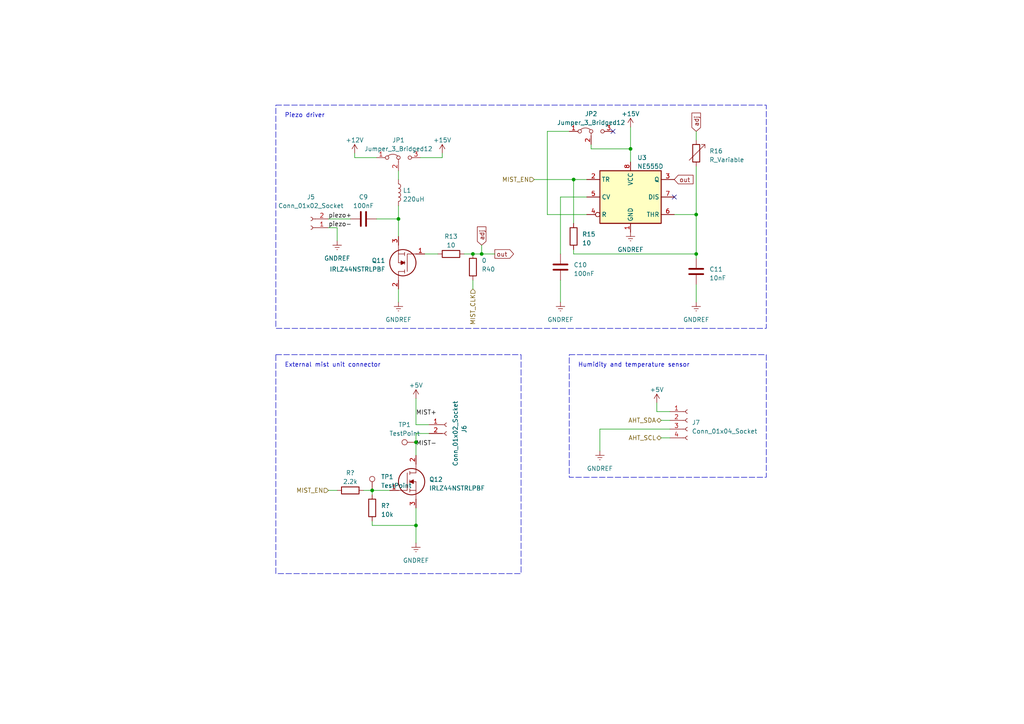
<source format=kicad_sch>
(kicad_sch (version 20230121) (generator eeschema)
  (paper "A4")
  (lib_symbols
    (symbol "Connector:Conn_01x02_Socket" (pin_names (offset 1.016) hide)
      (property "Reference" "J" (at 0 2.54 0))
      (property "Value" "Conn_01x02_Socket" (at 0 -5.08 0))
      (symbol "Conn_01x02_Socket_1_1"
        (arc (start 0 -2.032) (mid -0.5058 -2.54) (end 0 -3.048) (stroke (width 0.1524)))
        (polyline (pts (xy -1.27 -2.54) (xy -0.508 -2.54)) (stroke (width 0.1524)))
        (polyline (pts (xy -1.27 0) (xy -0.508 0)) (stroke (width 0.1524)))
        (arc (start 0 0.508) (mid -0.5058 0) (end 0 -0.508) (stroke (width 0.1524)))
        (pin passive line (at -5.08 0 0) (length 3.81) (name "Pin_1") (number "1"))
        (pin passive line (at -5.08 -2.54 0) (length 3.81) (name "Pin_2") (number "2"))
      )
    )
    (symbol "Connector:Conn_01x04_Socket" (pin_names (offset 1.016) hide)
      (property "Reference" "J" (at 0 5.08 0))
      (property "Value" "Conn_01x04_Socket" (at 0 -7.62 0))
      (symbol "Conn_01x04_Socket_1_1"
        (arc (start 0 -4.572) (mid -0.5058 -5.08) (end 0 -5.588) (stroke (width 0.1524)))
        (arc (start 0 -2.032) (mid -0.5058 -2.54) (end 0 -3.048) (stroke (width 0.1524)))
        (polyline (pts (xy -1.27 -5.08) (xy -0.508 -5.08)) (stroke (width 0.1524)))
        (polyline (pts (xy -1.27 -2.54) (xy -0.508 -2.54)) (stroke (width 0.1524)))
        (polyline (pts (xy -1.27 0) (xy -0.508 0)) (stroke (width 0.1524)))
        (polyline (pts (xy -1.27 2.54) (xy -0.508 2.54)) (stroke (width 0.1524)))
        (arc (start 0 0.508) (mid -0.5058 0) (end 0 -0.508) (stroke (width 0.1524)))
        (arc (start 0 3.048) (mid -0.5058 2.54) (end 0 2.032) (stroke (width 0.1524)))
        (pin passive line (at -5.08 2.54 0) (length 3.81) (name "Pin_1") (number "1"))
        (pin passive line (at -5.08 0 0) (length 3.81) (name "Pin_2") (number "2"))
        (pin passive line (at -5.08 -2.54 0) (length 3.81) (name "Pin_3") (number "3"))
        (pin passive line (at -5.08 -5.08 0) (length 3.81) (name "Pin_4") (number "4"))
      )
    )
    (symbol "Connector:TestPoint" (pin_numbers hide) (pin_names (offset 0.762) hide)
      (property "Reference" "TP" (at 0 6.858 0))
      (property "Value" "TestPoint" (at 0 5.08 0))
      (symbol "TestPoint_0_1"
        (circle (center 0 3.302) (radius 0.762))
      )
      (symbol "TestPoint_1_1"
        (pin passive line (at 0 0 90) (length 2.54) (name "1") (number "1"))
      )
    )
    (symbol "Device:C" (pin_numbers hide) (pin_names (offset 0.254))
      (property "Reference" "C" (at 0.635 2.54 0))
      (property "Value" "C" (at 0.635 -2.54 0))
      (symbol "C_0_1"
        (polyline (pts (xy -2.032 -0.762) (xy 2.032 -0.762)) (stroke (width 0.508)))
        (polyline (pts (xy -2.032 0.762) (xy 2.032 0.762)) (stroke (width 0.508)))
      )
      (symbol "C_1_1"
        (pin passive line (at 0 3.81 270) (length 2.794) (name "~") (number "1"))
        (pin passive line (at 0 -3.81 90) (length 2.794) (name "~") (number "2"))
      )
    )
    (symbol "Device:L" (pin_numbers hide) (pin_names (offset 1.016) hide)
      (property "Reference" "L" (at -1.27 0 90))
      (property "Value" "L" (at 1.905 0 90))
      (symbol "L_0_1"
        (arc (start 0 -2.54) (mid 0.6323 -1.905) (end 0 -1.27))
        (arc (start 0 -1.27) (mid 0.6323 -0.635) (end 0 0))
        (arc (start 0 0) (mid 0.6323 0.635) (end 0 1.27))
        (arc (start 0 1.27) (mid 0.6323 1.905) (end 0 2.54))
      )
      (symbol "L_1_1"
        (pin passive line (at 0 3.81 270) (length 1.27) (name "1") (number "1"))
        (pin passive line (at 0 -3.81 90) (length 1.27) (name "2") (number "2"))
      )
    )
    (symbol "Device:R" (pin_numbers hide) (pin_names (offset 0))
      (property "Reference" "R" (at 2.032 0 90))
      (property "Value" "R" (at 0 0 90))
      (symbol "R_0_1"
        (rectangle (start -1.016 -2.54) (end 1.016 2.54) (stroke (width 0.254)))
      )
      (symbol "R_1_1"
        (pin passive line (at 0 3.81 270) (length 1.27) (name "~") (number "1"))
        (pin passive line (at 0 -3.81 90) (length 1.27) (name "~") (number "2"))
      )
    )
    (symbol "Device:R_Variable" (pin_numbers hide) (pin_names (offset 0))
      (property "Reference" "R" (at 2.54 -2.54 90))
      (property "Value" "R_Variable" (at -2.54 -1.27 90))
      (symbol "R_Variable_0_1"
        (rectangle (start -1.016 -2.54) (end 1.016 2.54) (stroke (width 0.254)))
        (polyline (pts (xy 2.54 1.524) (xy 2.54 2.54) (xy 1.524 2.54) (xy 2.54 2.54) (xy -2.032 -2.032)))
      )
      (symbol "R_Variable_1_1"
        (pin passive line (at 0 3.81 270) (length 1.27) (name "~") (number "1"))
        (pin passive line (at 0 -3.81 90) (length 1.27) (name "~") (number "2"))
      )
    )
    (symbol "Jumper:Jumper_3_Bridged12" (pin_names (offset 0) hide)
      (property "Reference" "JP" (at -2.54 -2.54 0))
      (property "Value" "Jumper_3_Bridged12" (at 0 2.794 0))
      (symbol "Jumper_3_Bridged12_0_0"
        (circle (center -3.302 0) (radius 0.508))
        (circle (center 0 0) (radius 0.508))
        (circle (center 3.302 0) (radius 0.508))
      )
      (symbol "Jumper_3_Bridged12_0_1"
        (arc (start -0.254 0.508) (mid -1.651 0.9912) (end -3.048 0.508))
        (polyline (pts (xy 0 -1.27) (xy 0 -0.508)))
      )
      (symbol "Jumper_3_Bridged12_1_1"
        (pin passive line (at -6.35 0 0) (length 2.54) (name "A") (number "1"))
        (pin passive line (at 0 -3.81 90) (length 2.54) (name "C") (number "2"))
        (pin passive line (at 6.35 0 180) (length 2.54) (name "B") (number "3"))
      )
    )
    (symbol "SamacSys_Parts:IRLZ44NSTRLPBF" (pin_names (offset 0.762))
      (property "Reference" "Q" (at 11.43 3.81 0))
      (property "Value" "IRLZ44NSTRLPBF" (at 11.43 1.27 0))
      (symbol "IRLZ44NSTRLPBF_0_0"
        (pin passive line (at 0 0 0) (length 2.54) (name "~") (number "1"))
        (pin passive line (at 7.62 10.16 270) (length 2.54) (name "~") (number "2"))
        (pin passive line (at 7.62 -5.08 90) (length 2.54) (name "~") (number "3"))
      )
      (symbol "IRLZ44NSTRLPBF_0_1"
        (polyline (pts (xy 5.842 -0.508) (xy 5.842 0.508)) (stroke (width 0.1524)))
        (polyline (pts (xy 5.842 0) (xy 7.62 0)) (stroke (width 0.1524)))
        (polyline (pts (xy 5.842 2.032) (xy 5.842 3.048)) (stroke (width 0.1524)))
        (polyline (pts (xy 5.842 5.588) (xy 5.842 4.572)) (stroke (width 0.1524)))
        (polyline (pts (xy 7.62 2.54) (xy 5.842 2.54)) (stroke (width 0.1524)))
        (polyline (pts (xy 7.62 2.54) (xy 7.62 -2.54)) (stroke (width 0.1524)))
        (polyline (pts (xy 7.62 5.08) (xy 5.842 5.08)) (stroke (width 0.1524)))
        (polyline (pts (xy 7.62 5.08) (xy 7.62 7.62)) (stroke (width 0.1524)))
        (polyline (pts (xy 2.54 0) (xy 5.08 0) (xy 5.08 5.08)) (stroke (width 0.1524)))
        (polyline (pts (xy 5.842 2.54) (xy 6.858 3.048) (xy 6.858 2.032) (xy 5.842 2.54)) (stroke (width 0.254)) (fill (type outline)))
        (circle (center 6.35 2.54) (radius 3.81) (stroke (width 0.254)))
      )
    )
    (symbol "Timer:NE555D"
      (property "Reference" "U" (at -10.16 8.89 0))
      (property "Value" "NE555D" (at 2.54 8.89 0))
      (symbol "NE555D_0_0"
        (pin power_in line (at 0 -10.16 90) (length 2.54) (name "GND") (number "1"))
        (pin power_in line (at 0 10.16 270) (length 2.54) (name "VCC") (number "8"))
      )
      (symbol "NE555D_0_1"
        (rectangle (start -8.89 -7.62) (end 8.89 7.62) (stroke (width 0.254)) (fill (type background)))
        (rectangle (start -8.89 -7.62) (end 8.89 7.62) (stroke (width 0.254)) (fill (type background)))
      )
      (symbol "NE555D_1_1"
        (pin input line (at -12.7 5.08 0) (length 3.81) (name "TR") (number "2"))
        (pin output line (at 12.7 5.08 180) (length 3.81) (name "Q") (number "3"))
        (pin input inverted (at -12.7 -5.08 0) (length 3.81) (name "R") (number "4"))
        (pin input line (at -12.7 0 0) (length 3.81) (name "CV") (number "5"))
        (pin input line (at 12.7 -5.08 180) (length 3.81) (name "THR") (number "6"))
        (pin input line (at 12.7 0 180) (length 3.81) (name "DIS") (number "7"))
      )
    )
    (symbol "power:+12V" (power) (pin_names (offset 0))
      (property "Value" "+12V" (at 0 3.556 0))
      (symbol "+12V_0_1"
        (polyline (pts (xy -0.762 1.27) (xy 0 2.54)))
        (polyline (pts (xy 0 0) (xy 0 2.54)))
        (polyline (pts (xy 0 2.54) (xy 0.762 1.27)))
      )
      (symbol "+12V_1_1"
        (pin power_in line (at 0 0 90) (length 0) hide (name "+12V") (number "1"))
      )
    )
    (symbol "power:+15V" (power) (pin_names (offset 0))
      (property "Value" "+15V" (at 0 3.556 0))
      (symbol "+15V_0_1"
        (polyline (pts (xy -0.762 1.27) (xy 0 2.54)))
        (polyline (pts (xy 0 0) (xy 0 2.54)))
        (polyline (pts (xy 0 2.54) (xy 0.762 1.27)))
      )
      (symbol "+15V_1_1"
        (pin power_in line (at 0 0 90) (length 0) hide (name "+15V") (number "1"))
      )
    )
    (symbol "power:+5V" (power) (pin_names (offset 0))
      (property "Value" "+5V" (at 0 3.556 0))
      (symbol "+5V_0_1"
        (polyline (pts (xy -0.762 1.27) (xy 0 2.54)))
        (polyline (pts (xy 0 0) (xy 0 2.54)))
        (polyline (pts (xy 0 2.54) (xy 0.762 1.27)))
      )
      (symbol "+5V_1_1"
        (pin power_in line (at 0 0 90) (length 0) hide (name "+5V") (number "1"))
      )
    )
    (symbol "power:GNDREF" (power) (pin_names (offset 0))
      (property "Value" "GNDREF" (at 0 -3.81 0))
      (symbol "GNDREF_0_1"
        (polyline (pts (xy -0.635 -1.905) (xy 0.635 -1.905)))
        (polyline (pts (xy -0.127 -2.54) (xy 0.127 -2.54)))
        (polyline (pts (xy 0 -1.27) (xy 0 0)))
        (polyline (pts (xy 1.27 -1.27) (xy -1.27 -1.27)))
      )
      (symbol "GNDREF_1_1"
        (pin power_in line (at 0 0 270) (length 0) hide (name "GNDREF") (number "1"))
      )
    )
  )
  (junction (at 201.93 62.23))
  (junction (at 137.16 73.66))
  (junction (at 139.7 73.66))
  (junction (at 107.95 142.24))
  (junction (at 120.65 128.27))
  (junction (at 166.37 52.07))
  (junction (at 182.88 43.18))
  (junction (at 201.93 73.66))
  (junction (at 120.65 152.4))
  (junction (at 115.57 63.5))
  (no_connect (at 195.58 57.15))
  (no_connect (at 177.8 38.1))
  (wire (pts (xy 107.95 142.24) (xy 113.03 142.24)))
  (wire (pts (xy 115.57 49.53) (xy 115.57 52.07)))
  (wire (pts (xy 97.79 69.85) (xy 97.79 66.04)))
  (wire (pts (xy 107.95 143.51) (xy 107.95 142.24)))
  (wire (pts (xy 162.56 57.15) (xy 170.18 57.15)))
  (wire (pts (xy 201.93 38.1) (xy 201.93 40.64)))
  (wire (pts (xy 121.92 45.72) (xy 128.27 45.72)))
  (wire (pts (xy 158.75 38.1) (xy 165.1 38.1)))
  (wire (pts (xy 134.62 73.66) (xy 137.16 73.66)))
  (wire (pts (xy 182.88 36.83) (xy 182.88 43.18)))
  (wire (pts (xy 120.65 128.27) (xy 120.65 132.08)))
  (wire (pts (xy 95.25 63.5) (xy 101.6 63.5)))
  (wire (pts (xy 102.87 44.45) (xy 102.87 45.72)))
  (wire (pts (xy 201.93 74.93) (xy 201.93 73.66)))
  (wire (pts (xy 124.46 125.73) (xy 120.65 125.73)))
  (wire (pts (xy 158.75 62.23) (xy 170.18 62.23)))
  (wire (pts (xy 102.87 45.72) (xy 109.22 45.72)))
  (wire (pts (xy 95.25 66.04) (xy 97.79 66.04)))
  (wire (pts (xy 201.93 48.26) (xy 201.93 62.23)))
  (wire (pts (xy 191.77 121.92) (xy 194.31 121.92)))
  (wire (pts (xy 120.65 123.19) (xy 124.46 123.19)))
  (wire (pts (xy 128.27 44.45) (xy 128.27 45.72)))
  (wire (pts (xy 95.25 142.24) (xy 97.79 142.24)))
  (wire (pts (xy 137.16 83.82) (xy 137.16 81.28)))
  (wire (pts (xy 107.95 152.4) (xy 120.65 152.4)))
  (wire (pts (xy 115.57 63.5) (xy 115.57 68.58)))
  (wire (pts (xy 166.37 72.39) (xy 166.37 73.66)))
  (wire (pts (xy 173.99 130.81) (xy 173.99 124.46)))
  (wire (pts (xy 166.37 73.66) (xy 201.93 73.66)))
  (wire (pts (xy 139.7 73.66) (xy 143.51 73.66)))
  (wire (pts (xy 190.5 119.38) (xy 194.31 119.38)))
  (wire (pts (xy 115.57 59.69) (xy 115.57 63.5)))
  (wire (pts (xy 182.88 43.18) (xy 182.88 46.99)))
  (wire (pts (xy 115.57 83.82) (xy 115.57 87.63)))
  (wire (pts (xy 173.99 124.46) (xy 194.31 124.46)))
  (wire (pts (xy 139.7 71.12) (xy 139.7 73.66)))
  (wire (pts (xy 154.94 52.07) (xy 166.37 52.07)))
  (wire (pts (xy 123.19 73.66) (xy 127 73.66)))
  (wire (pts (xy 166.37 52.07) (xy 166.37 64.77)))
  (wire (pts (xy 171.45 41.91) (xy 171.45 43.18)))
  (wire (pts (xy 120.65 125.73) (xy 120.65 128.27)))
  (wire (pts (xy 162.56 73.66) (xy 162.56 57.15)))
  (wire (pts (xy 191.77 127) (xy 194.31 127)))
  (wire (pts (xy 201.93 87.63) (xy 201.93 82.55)))
  (wire (pts (xy 195.58 62.23) (xy 201.93 62.23)))
  (wire (pts (xy 105.41 142.24) (xy 107.95 142.24)))
  (wire (pts (xy 115.57 63.5) (xy 109.22 63.5)))
  (wire (pts (xy 120.65 115.57) (xy 120.65 123.19)))
  (wire (pts (xy 158.75 38.1) (xy 158.75 62.23)))
  (wire (pts (xy 171.45 43.18) (xy 182.88 43.18)))
  (wire (pts (xy 201.93 73.66) (xy 201.93 62.23)))
  (wire (pts (xy 107.95 151.13) (xy 107.95 152.4)))
  (wire (pts (xy 162.56 87.63) (xy 162.56 81.28)))
  (wire (pts (xy 120.65 147.32) (xy 120.65 152.4)))
  (wire (pts (xy 137.16 73.66) (xy 139.7 73.66)))
  (wire (pts (xy 190.5 119.38) (xy 190.5 116.84)))
  (wire (pts (xy 120.65 152.4) (xy 120.65 157.48)))
  (wire (pts (xy 170.18 52.07) (xy 166.37 52.07)))
  (rectangle (start 80.01 102.87) (end 151.13 166.37) (stroke (width 0) (type dash)))
  (rectangle (start 80.01 30.48) (end 222.25 95.25) (stroke (width 0) (type dash)))
  (rectangle (start 165.1 102.87) (end 222.25 138.43) (stroke (width 0) (type dash)))
  (text "Humidity and temperature sensor " (at 167.64 106.68 0) (effects (font (size 1.27 1.27)) (justify left bottom)))
  (text "External mist unit connector" (at 82.55 106.68 0) (effects (font (size 1.27 1.27)) (justify left bottom)))
  (text "Piezo driver" (at 82.55 34.29 0) (effects (font (size 1.27 1.27)) (justify left bottom)))
  (label "MIST+" (at 120.65 120.65 0))
  (label "MIST-" (at 120.65 129.54 0))
  (label "piezo+" (at 95.25 63.5 0))
  (label "piezo-" (at 95.25 66.04 0))
  (global_label "out" (shape input) (at 195.58 52.07 0) (property "Intersheetrefs" "${INTERSHEET_REFS}" (effects hide)))
  (global_label "adj" (shape input) (at 139.7 71.12 90) (property "Intersheetrefs" "${INTERSHEET_REFS}" (effects hide)))
  (global_label "adj" (shape input) (at 201.93 38.1 90) (property "Intersheetrefs" "${INTERSHEET_REFS}" (effects hide)))
  (global_label "out" (shape output) (at 143.51 73.66 0) (property "Intersheetrefs" "${INTERSHEET_REFS}" (effects hide)))
  (hierarchical_label "AHT_SCL" (shape bidirectional) (at 191.77 127 180))
  (hierarchical_label "AHT_SDA" (shape bidirectional) (at 191.77 121.92 180))
  (hierarchical_label "MIST_EN" (shape input) (at 154.94 52.07 180))
  (hierarchical_label "MIST_EN" (shape input) (at 95.25 142.24 180))
  (hierarchical_label "MIST_CLK" (shape input) (at 137.16 83.82 270))
  (symbol (lib_id "Connector:Conn_01x04_Socket") (at 199.39 121.92 0) (unit 1)
    (property "Reference" "J7" (at 200.66 122.555 0) (effects (justify left)))
    (property "Value" "Conn_01x04_Socket" (at 200.66 125.095 0) (effects (justify left)))
    (property "Footprint" "Connector_JST:JST_PH_B4B-PH-K_1x04_P2.00mm_Vertical" (effects hide))
  )
  (symbol (lib_id "Jumper:Jumper_3_Bridged12") (at 115.57 45.72 0) (unit 1)
    (property "Reference" "JP1" (at 115.57 40.64 0))
    (property "Value" "Jumper_3_Bridged12" (at 115.57 43.18 0))
    (property "Footprint" "Jumper:SolderJumper-3_P1.3mm_Bridged2Bar12_RoundedPad1.0x1.5mm_NumberLabels" (effects hide))
    (instances (project "greenhouse_project_hat" (path "" (reference "JP1") (unit 1)) (path "" (reference "JP2") (unit 1))))
  )
  (symbol (lib_id "Device:R") (at 166.37 68.58 0) (unit 1)
    (property "Reference" "R15" (at 168.8352 67.945 0) (effects (justify left)))
    (property "Value" "10" (at 168.8352 70.485 0) (effects (justify left)))
    (property "Footprint" "Resistor_SMD:R_1206_3216Metric_Pad1.30x1.75mm_HandSolder" (effects hide))
  )
  (symbol (lib_id "Device:R") (at 130.81 73.66 270) (unit 1)
    (property "Reference" "R13" (at 130.81 68.58 90))
    (property "Value" "10" (at 130.81 71.12 90))
    (property "Footprint" "Resistor_SMD:R_1206_3216Metric_Pad1.30x1.75mm_HandSolder" (effects hide))
  )
  (symbol (lib_id "power:+5V") (at 190.5 116.84 0) (unit 1)
    (property "Reference" "#PWR044" (effects hide))
    (property "Value" "+5V" (at 190.5 113.03 0))
  )
  (symbol (lib_id "Device:R_Variable") (at 201.93 44.45 0) (unit 1)
    (property "Reference" "R16" (at 205.74 43.815 0) (effects (justify left)))
    (property "Value" "R_Variable" (at 205.74 46.355 0) (effects (justify left)))
    (property "Footprint" "Potentiometer_THT:Potentiometer_Bourns_3296W_Vertical" (effects hide))
  )
  (symbol (lib_id "Connector:TestPoint") (at 120.65 128.27 90) (unit 1)
    (property "Reference" "TP1" (at 117.348 123.19 90))
    (property "Value" "TestPoint" (at 117.348 125.73 90))
    (property "Footprint" "TestPoint:TestPoint_Pad_D2.0mm" (effects hide))
    (instances (project "greenhouse_project_hat" (path "" (reference "TP1") (unit 1)) (path "" (reference "TP9") (unit 1)) (path "" (reference "TP30") (unit 1)) (path "" (reference "TP15") (unit 1))))
  )
  (symbol (lib_id "SamacSys_Parts:IRLZ44NSTRLPBF") (at 123.19 73.66 180) (unit 1)
    (property "Reference" "Q11" (at 111.76 75.565 0) (effects (justify left)))
    (property "Value" "IRLZ44NSTRLPBF" (at 111.76 78.105 0) (effects (justify left)))
    (property "Footprint" "IRF2804STRLPBF" (effects hide))
    (property "Datasheet" "https://www.infineon.com/dgdl/irlz44nspbf.pdf?fileId=5546d462533600a40153567221272727" (effects hide))
    (property "Description" "Infineon IRLZ44NSTRLPBF N-channel MOSFET, 47 A, 55 V HEXFET, 3-Pin D2PAK" (effects hide))
    (property "Height" "4.83" (effects hide))
    (property "Manufacturer_Name" "Infineon" (effects hide))
    (property "Manufacturer_Part_Number" "IRLZ44NSTRLPBF" (effects hide))
    (property "Mouser Part Number" "942-IRLZ44NSTRLPBF" (effects hide))
    (property "Mouser Price/Stock" "https://www.mouser.co.uk/ProductDetail/Infineon-Technologies/IRLZ44NSTRLPBF?qs=9%252BKlkBgLFf1LijFJvUznEg%3D%3D" (effects hide))
    (property "Arrow Part Number" "IRLZ44NSTRLPBF" (effects hide))
    (property "Arrow Price/Stock" "https://www.arrow.com/en/products/irlz44nstrlpbf/infineon-technologies-ag?region=nac" (effects hide))
    (instances (project "greenhouse_project_hat" (path "" (reference "Q11") (unit 1)) (path "" (reference "Q5") (unit 1))))
  )
  (symbol (lib_id "Device:C") (at 162.56 77.47 0) (unit 1)
    (property "Reference" "C10" (at 166.37 76.835 0) (effects (justify left)))
    (property "Value" "100nF" (at 166.37 79.375 0) (effects (justify left)))
    (property "Footprint" "Capacitor_SMD:C_1206_3216Metric_Pad1.33x1.80mm_HandSolder" (effects hide))
  )
  (symbol (lib_id "Device:C") (at 201.93 78.74 0) (unit 1)
    (property "Reference" "C11" (at 205.74 78.105 0) (effects (justify left)))
    (property "Value" "10nF" (at 205.74 80.645 0) (effects (justify left)))
    (property "Footprint" "Capacitor_SMD:C_1206_3216Metric_Pad1.33x1.80mm_HandSolder" (effects hide))
  )
  (symbol (lib_id "power:+15V") (at 182.88 36.83 0) (unit 1)
    (property "Reference" "#PWR042" (effects hide))
    (property "Value" "+15V" (at 182.88 33.02 0))
  )
  (symbol (lib_id "power:GNDREF") (at 115.57 87.63 0) (unit 1)
    (property "Reference" "#PWR036" (effects hide))
    (property "Value" "GNDREF" (at 115.57 92.71 0))
  )
  (symbol (lib_id "SamacSys_Parts:IRLZ44NSTRLPBF") (at 113.03 142.24 0) (unit 1)
    (property "Reference" "Q12" (at 124.46 139.065 0) (effects (justify left)))
    (property "Value" "IRLZ44NSTRLPBF" (at 124.46 141.605 0) (effects (justify left)))
    (property "Footprint" "IRF2804STRLPBF" (effects hide))
    (property "Datasheet" "https://www.infineon.com/dgdl/irlz44nspbf.pdf?fileId=5546d462533600a40153567221272727" (effects hide))
    (property "Description" "Infineon IRLZ44NSTRLPBF N-channel MOSFET, 47 A, 55 V HEXFET, 3-Pin D2PAK" (effects hide))
    (property "Height" "4.83" (effects hide))
    (property "Manufacturer_Name" "Infineon" (effects hide))
    (property "Manufacturer_Part_Number" "IRLZ44NSTRLPBF" (effects hide))
    (property "Mouser Part Number" "942-IRLZ44NSTRLPBF" (effects hide))
    (property "Mouser Price/Stock" "https://www.mouser.co.uk/ProductDetail/Infineon-Technologies/IRLZ44NSTRLPBF?qs=9%252BKlkBgLFf1LijFJvUznEg%3D%3D" (effects hide))
    (property "Arrow Part Number" "IRLZ44NSTRLPBF" (effects hide))
    (property "Arrow Price/Stock" "https://www.arrow.com/en/products/irlz44nstrlpbf/infineon-technologies-ag?region=nac" (effects hide))
    (instances (project "greenhouse_project_hat" (path "" (reference "Q12") (unit 1)) (path "" (reference "Q4") (unit 1))))
  )
  (symbol (lib_id "Jumper:Jumper_3_Bridged12") (at 171.45 38.1 0) (unit 1)
    (property "Reference" "JP2" (at 171.45 33.02 0))
    (property "Value" "Jumper_3_Bridged12" (at 171.45 35.56 0))
    (property "Footprint" "Jumper:SolderJumper-3_P1.3mm_Bridged2Bar12_RoundedPad1.0x1.5mm_NumberLabels" (effects hide))
  )
  (symbol (lib_id "Connector:Conn_01x02_Socket") (at 129.54 123.19 0) (unit 1)
    (property "Reference" "J6" (at 134.62 124.46 90))
    (property "Value" "Conn_01x02_Socket" (at 132.08 125.73 90))
    (property "Footprint" "Connector_JST:JST_PH_B2B-PH-K_1x02_P2.00mm_Vertical" (effects hide))
    (instances (project "greenhouse_project_hat" (path "" (reference "J6") (unit 1)) (path "" (reference "J16") (unit 1))))
  )
  (symbol (lib_id "power:+12V") (at 102.87 44.45 0) (unit 1)
    (property "Reference" "#PWR035" (effects hide))
    (property "Value" "+12V" (at 102.87 40.64 0))
  )
  (symbol (lib_id "power:GNDREF") (at 182.88 67.31 0) (unit 1)
    (property "Reference" "#PWR043" (effects hide))
    (property "Value" "GNDREF" (at 182.88 72.39 0))
  )
  (symbol (lib_id "Connector:TestPoint") (at 107.95 142.24 0) (unit 1)
    (property "Reference" "TP1" (at 110.49 138.303 0) (effects (justify left)))
    (property "Value" "TestPoint" (at 110.49 140.843 0) (effects (justify left)))
    (property "Footprint" "TestPoint:TestPoint_Pad_D2.0mm" (effects hide))
    (instances (project "greenhouse_project_hat" (path "" (reference "TP1") (unit 1)) (path "" (reference "TP22") (unit 1)) (path "" (reference "TP14") (unit 1))))
  )
  (symbol (lib_id "power:GNDREF") (at 201.93 87.63 0) (unit 1)
    (property "Reference" "#PWR045" (effects hide))
    (property "Value" "GNDREF" (at 201.93 92.71 0))
  )
  (symbol (lib_id "power:+15V") (at 128.27 44.45 0) (unit 1)
    (property "Reference" "#PWR039" (effects hide))
    (property "Value" "+15V" (at 128.27 40.64 0))
  )
  (symbol (lib_id "Device:L") (at 115.57 55.88 0) (unit 1)
    (property "Reference" "L1" (at 116.84 55.245 0) (effects (justify left)))
    (property "Value" "220uH" (at 116.84 57.785 0) (effects (justify left)))
    (property "Footprint" "Inductor_SMD:L_6.3x6.3_H3" (effects hide))
  )
  (symbol (lib_id "Device:R") (at 107.95 147.32 180) (unit 1)
    (property "Reference" "R?" (at 110.49 146.685 0) (effects (justify right)))
    (property "Value" "10k" (at 110.49 149.225 0) (effects (justify right)))
    (property "Footprint" "Resistor_SMD:R_1206_3216Metric_Pad1.30x1.75mm_HandSolder" (effects hide))
    (instances (project "greenhouse_project_hat" (path "" (reference "R?") (unit 1)) (path "" (reference "R38") (unit 1)) (path "" (reference "R12") (unit 1))))
  )
  (symbol (lib_id "power:GNDREF") (at 173.99 130.81 0) (unit 1)
    (property "Reference" "#PWR041" (effects hide))
    (property "Value" "GNDREF" (at 173.99 135.89 0))
  )
  (symbol (lib_id "Timer:NE555D") (at 182.88 57.15 0) (unit 1)
    (property "Reference" "U3" (at 184.8359 45.72 0) (effects (justify left)))
    (property "Value" "NE555D" (at 184.8359 48.26 0) (effects (justify left)))
    (property "Footprint" "Package_SO:SOIC-8_3.9x4.9mm_P1.27mm" (effects hide))
    (property "Datasheet" "http://www.ti.com/lit/ds/symlink/ne555.pdf" (effects hide))
  )
  (symbol (lib_id "Device:R") (at 101.6 142.24 90) (unit 1)
    (property "Reference" "R?" (at 101.6 137.16 90))
    (property "Value" "2.2k" (at 101.6 139.7 90))
    (property "Footprint" "Resistor_SMD:R_1206_3216Metric_Pad1.30x1.75mm_HandSolder" (effects hide))
    (instances (project "greenhouse_project_hat" (path "" (reference "R?") (unit 1)) (path "" (reference "R36") (unit 1)) (path "" (reference "R11") (unit 1))))
  )
  (symbol (lib_id "power:GNDREF") (at 162.56 87.63 0) (unit 1)
    (property "Reference" "#PWR040" (effects hide))
    (property "Value" "GNDREF" (at 162.56 92.71 0))
  )
  (symbol (lib_id "Connector:Conn_01x02_Socket") (at 90.17 66.04 180) (unit 1)
    (property "Reference" "J5" (at 90.17 57.15 0))
    (property "Value" "Conn_01x02_Socket" (at 90.17 59.69 0))
    (property "Footprint" "Connector_JST:JST_PH_B2B-PH-K_1x02_P2.00mm_Vertical" (effects hide))
  )
  (symbol (lib_id "power:+5V") (at 120.65 115.57 0) (unit 1)
    (property "Reference" "#PWR037" (effects hide))
    (property "Value" "+5V" (at 120.65 111.76 0))
  )
  (symbol (lib_id "Device:R") (at 137.16 77.47 0) (mirror y) (unit 1)
    (property "Reference" "R40" (at 139.7 78.105 0) (effects (justify right)))
    (property "Value" "0" (at 139.7 75.565 0) (effects (justify right)))
    (property "Footprint" "Resistor_SMD:R_1206_3216Metric_Pad1.30x1.75mm_HandSolder" (effects hide))
    (instances (project "greenhouse_project_hat" (path "" (reference "R40") (unit 1)) (path "" (reference "R18") (unit 1)) (path "" (reference "R14") (unit 1))))
  )
  (symbol (lib_id "Device:C") (at 105.41 63.5 90) (unit 1)
    (property "Reference" "C9" (at 105.41 57.15 90))
    (property "Value" "100nF" (at 105.41 59.69 90))
    (property "Footprint" "Capacitor_SMD:C_1206_3216Metric_Pad1.33x1.80mm_HandSolder" (effects hide))
  )
  (symbol (lib_id "power:GNDREF") (at 120.65 157.48 0) (unit 1)
    (property "Reference" "#PWR?" (effects hide))
    (property "Value" "GNDREF" (at 120.65 162.56 0))
    (instances (project "greenhouse_project_hat" (path "" (reference "#PWR?") (unit 1)) (path "" (reference "#PWR067") (unit 1)) (path "" (reference "#PWR038") (unit 1))))
  )
  (symbol (lib_id "power:GNDREF") (at 97.79 69.85 0) (unit 1)
    (property "Reference" "#PWR034" (effects hide))
    (property "Value" "GNDREF" (at 97.79 74.93 0))
  )
)
</source>
